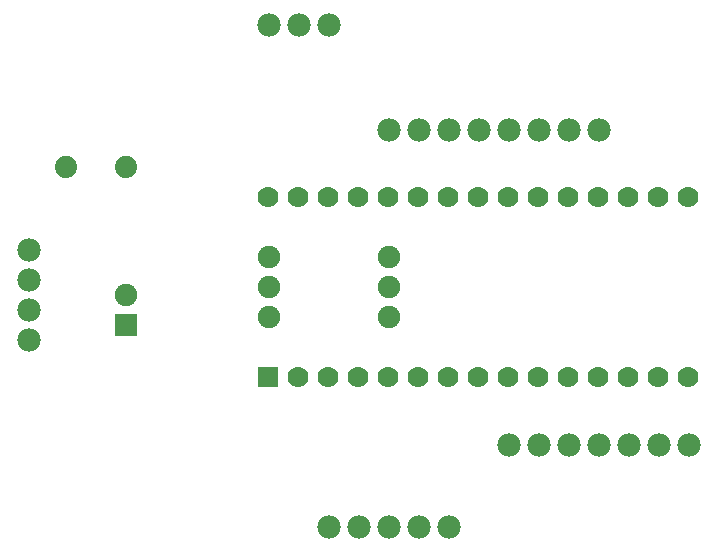
<source format=gtl>
G04 MADE WITH FRITZING*
G04 WWW.FRITZING.ORG*
G04 DOUBLE SIDED*
G04 HOLES PLATED*
G04 CONTOUR ON CENTER OF CONTOUR VECTOR*
%ASAXBY*%
%FSLAX23Y23*%
%MOIN*%
%OFA0B0*%
%SFA1.0B1.0*%
%ADD10C,0.070000*%
%ADD11C,0.078000*%
%ADD12C,0.074000*%
%ADD13C,0.075000*%
%ADD14R,0.070000X0.069972*%
%ADD15R,0.075000X0.075000*%
%LNCOPPER1*%
G90*
G70*
G54D10*
X984Y632D03*
X1084Y632D03*
X1184Y632D03*
X1284Y632D03*
X1384Y632D03*
X1484Y632D03*
X1584Y632D03*
X1684Y632D03*
X1784Y632D03*
X1884Y632D03*
X1984Y632D03*
X2084Y632D03*
X2184Y632D03*
X2284Y632D03*
X2384Y632D03*
X984Y1232D03*
X1084Y1232D03*
X1184Y1232D03*
X1284Y1232D03*
X1384Y1232D03*
X1484Y1232D03*
X1584Y1232D03*
X1684Y1232D03*
X1784Y1232D03*
X1884Y1232D03*
X1984Y1232D03*
X2084Y1232D03*
X2184Y1232D03*
X2284Y1232D03*
X2384Y1232D03*
G54D11*
X185Y1057D03*
X185Y957D03*
X185Y857D03*
X185Y757D03*
G54D12*
X310Y1332D03*
X510Y1332D03*
X310Y1332D03*
X510Y1332D03*
G54D13*
X510Y807D03*
X510Y907D03*
X985Y832D03*
X1385Y832D03*
X985Y932D03*
X1385Y932D03*
X985Y1032D03*
X1385Y1032D03*
G54D11*
X1285Y132D03*
X1385Y132D03*
X1485Y132D03*
X1585Y132D03*
X1285Y132D03*
X1385Y132D03*
X1485Y132D03*
X1585Y132D03*
X985Y1807D03*
X1085Y1807D03*
X1185Y1807D03*
X1785Y407D03*
X1885Y407D03*
X1985Y407D03*
X2085Y407D03*
X2185Y407D03*
X2285Y407D03*
X2385Y407D03*
X1385Y1457D03*
X1485Y1457D03*
X1585Y1457D03*
X1685Y1457D03*
X1785Y1457D03*
X1885Y1457D03*
X1985Y1457D03*
X2085Y1457D03*
X1185Y132D03*
G54D14*
X984Y632D03*
G54D15*
X510Y807D03*
G04 End of Copper1*
M02*
</source>
